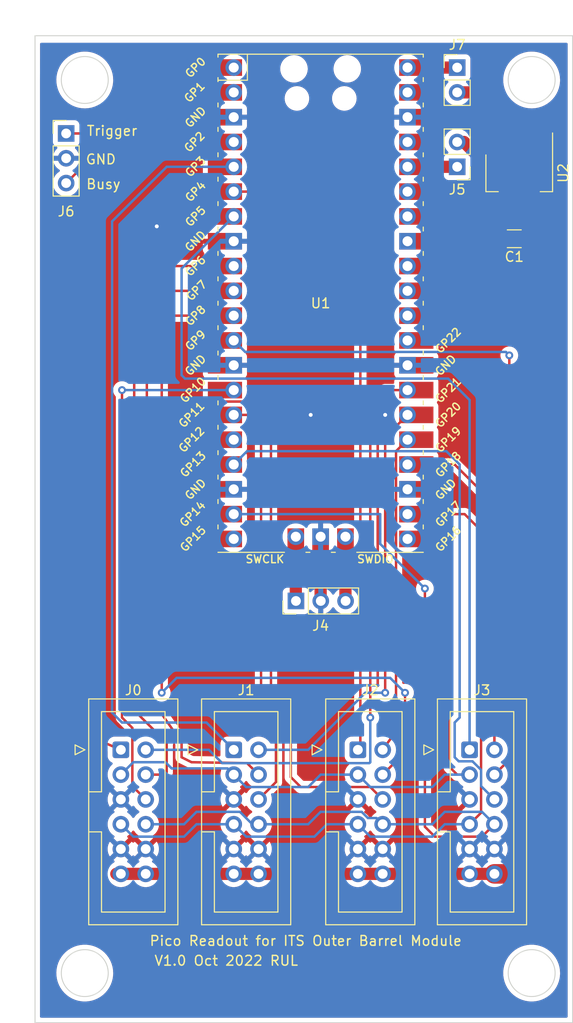
<source format=kicad_pcb>
(kicad_pcb (version 20211014) (generator pcbnew)
  (layers (0 "F.Cu" signal) (31 "B.Cu" signal) (34 "B.Paste" user) (35 "F.Paste" user) (36 "B.SilkS" user "B.Silkscreen") (37 "F.SilkS" user "F.Silkscreen") (38 "B.Mask" user) (39 "F.Mask" user) (44 "Edge.Cuts" user))
  (net 0 "")
  (net 1 "Net-(J4-Pad1)")
  (net 2 "Net-(J4-Pad3)")
  (net 3 "/DVDD_EN_0")
  (net 4 "/AVDD_EN_0")
  (net 5 "/MCLK_O")
  (net 6 "/DCTRL_O_0")
  (net 7 "/DVDD_EN_1")
  (net 8 "/DCTRL_I_0")
  (net 9 "/MCLK_OE")
  (net 10 "/DCTRL_OE")
  (net 11 "GND")
  (net 12 "+3.3V")
  (net 13 "/DCTRL_O_1")
  (net 14 "/DCTRL_I_1")
  (net 15 "/DCTRL_O_2")
  (net 16 "/DCTRL_I_2")
  (net 17 "/DCTRL_O_3")
  (net 18 "/DCTRL_I_3")
  (net 22 "+3.3VP")
  (net 23 "/TRIGGER")
  (net 24 "/BUSY")
  (net 25 "+5VP")
  (net 26 "+5V")
  (net 27 "/AVDD_EN_1")
  (net 28 "/DVDD_EN_2")
  (net 29 "/AVDD_EN_2")
  (net 30 "/DVDD_EN_3")
  (net 37 "/AVDD_EN_3")
  (footprint "Connector_PinHeader_2.54mm:PinHeader_1x02_P2.54mm_Vertical" (layer "F.Cu") (at 123.19 48.26)
    (fp_text reference "J7" (at 0 -2.33) (layer "F.SilkS"))
    (fp_text value "Conn_01x02_Male")
    (pad "1" thru_hole rect (at 0 0) (size 1.7 1.7) (drill 1) (layers *.Cu *.Mask) (net 25 "+5VP"))
    (pad "2" thru_hole oval (at 0 2.54) (size 1.7 1.7) (drill 1) (layers *.Cu *.Mask) (net 26 "+5V"))
  )
  (footprint "Connector_PinHeader_2.54mm:PinHeader_1x02_P2.54mm_Vertical" (layer "F.Cu") (at 123.19 58.42 180)
    (fp_text reference "J5" (at 0 -2.33) (layer "F.SilkS"))
    (fp_text value "Conn_01x02_Male")
    (pad "1" thru_hole rect (at 0 0 180) (size 1.7 1.7) (drill 1) (layers *.Cu *.Mask) (net 22 "+3.3VP"))
    (pad "2" thru_hole oval (at 0 2.54 180) (size 1.7 1.7) (drill 1) (layers *.Cu *.Mask) (net 12 "+3.3V"))
  )
  (footprint "Connector_IDC:IDC-Header_2x06_P2.54mm_Vertical" (layer "F.Cu") (at 100.33 118.11)
    (fp_text reference "J1" (at 1.27 -6.1) (layer "F.SilkS"))
    (fp_text value "Conn_02x06_Odd_Even")
    (pad "1" thru_hole roundrect (at 0 0) (size 1.7 1.7) (drill 1) (layers *.Cu *.Mask) (roundrect_rratio 0.1470588235) (net 7 "/DVDD_EN_1"))
    (pad "2" thru_hole circle (at 2.54 0) (size 1.7 1.7) (drill 1) (layers *.Cu *.Mask) (net 27 "/AVDD_EN_1"))
    (pad "3" thru_hole circle (at 0 2.54) (size 1.7 1.7) (drill 1) (layers *.Cu *.Mask) (net 5 "/MCLK_O"))
    (pad "4" thru_hole circle (at 2.54 2.54) (size 1.7 1.7) (drill 1) (layers *.Cu *.Mask) (net 13 "/DCTRL_O_1"))
    (pad "5" thru_hole circle (at 0 5.08) (size 1.7 1.7) (drill 1) (layers *.Cu *.Mask) (net 11 "GND"))
    (pad "6" thru_hole circle (at 2.54 5.08) (size 1.7 1.7) (drill 1) (layers *.Cu *.Mask) (net 14 "/DCTRL_I_1"))
    (pad "7" thru_hole circle (at 0 7.62) (size 1.7 1.7) (drill 1) (layers *.Cu *.Mask) (net 9 "/MCLK_OE"))
    (pad "8" thru_hole circle (at 2.54 7.62) (size 1.7 1.7) (drill 1) (layers *.Cu *.Mask) (net 10 "/DCTRL_OE"))
    (pad "9" thru_hole circle (at 0 10.16) (size 1.7 1.7) (drill 1) (layers *.Cu *.Mask) (net 11 "GND"))
    (pad "10" thru_hole circle (at 2.54 10.16) (size 1.7 1.7) (drill 1) (layers *.Cu *.Mask) (net 11 "GND"))
    (pad "11" thru_hole circle (at 0 12.7) (size 1.7 1.7) (drill 1) (layers *.Cu *.Mask) (net 12 "+3.3V"))
    (pad "12" thru_hole circle (at 2.54 12.7) (size 1.7 1.7) (drill 1) (layers *.Cu *.Mask) (net 12 "+3.3V"))
  )
  (footprint "Package_TO_SOT_SMD:SOT-223-3_TabPin2" (layer "F.Cu") (at 129.54 59.055 -90)
    (fp_text reference "U2" (at 0 -4.5 90) (layer "F.SilkS"))
    (fp_text value "NCP1117-3.3_SOT223")
    (pad "1" smd rect (at -3.15 -2.3 270) (size 2 1.5) (layers "F.Cu" "F.Paste" "F.Mask") (net 11 "GND"))
    (pad "2" smd rect (at -3.15 0 270) (size 2 1.5) (layers "F.Cu" "F.Paste" "F.Mask") (net 12 "+3.3V"))
    (pad "2" smd rect (at 3.15 0 270) (size 2 3.8) (layers "F.Cu" "F.Paste" "F.Mask") (net 12 "+3.3V"))
    (pad "3" smd rect (at -3.15 2.3 270) (size 2 1.5) (layers "F.Cu" "F.Paste" "F.Mask") (net 26 "+5V"))
  )
  (footprint "Connector_PinHeader_2.54mm:PinHeader_1x03_P2.54mm_Vertical" (layer "F.Cu") (at 83.185 55.006)
    (fp_text reference "J6" (at 0 7.986) (layer "F.SilkS"))
    (fp_text value "Conn_01x03_Male")
    (pad "1" thru_hole rect (at 0 0) (size 1.7 1.7) (drill 1) (layers *.Cu *.Mask) (net 23 "/TRIGGER"))
    (pad "2" thru_hole oval (at 0 2.54) (size 1.7 1.7) (drill 1) (layers *.Cu *.Mask) (net 11 "GND"))
    (pad "3" thru_hole oval (at 0 5.08) (size 1.7 1.7) (drill 1) (layers *.Cu *.Mask) (net 24 "/BUSY"))
  )
  (footprint "Connector_IDC:IDC-Header_2x06_P2.54mm_Vertical" (layer "F.Cu") (at 113.03 118.11)
    (fp_text reference "J2" (at 1.27 -6.1) (layer "F.SilkS"))
    (fp_text value "Conn_02x06_Odd_Even")
    (pad "1" thru_hole roundrect (at 0 0) (size 1.7 1.7) (drill 1) (layers *.Cu *.Mask) (roundrect_rratio 0.1470588235) (net 28 "/DVDD_EN_2"))
    (pad "2" thru_hole circle (at 2.54 0) (size 1.7 1.7) (drill 1) (layers *.Cu *.Mask) (net 29 "/AVDD_EN_2"))
    (pad "3" thru_hole circle (at 0 2.54) (size 1.7 1.7) (drill 1) (layers *.Cu *.Mask) (net 5 "/MCLK_O"))
    (pad "4" thru_hole circle (at 2.54 2.54) (size 1.7 1.7) (drill 1) (layers *.Cu *.Mask) (net 15 "/DCTRL_O_2"))
    (pad "5" thru_hole circle (at 0 5.08) (size 1.7 1.7) (drill 1) (layers *.Cu *.Mask) (net 11 "GND"))
    (pad "6" thru_hole circle (at 2.54 5.08) (size 1.7 1.7) (drill 1) (layers *.Cu *.Mask) (net 16 "/DCTRL_I_2"))
    (pad "7" thru_hole circle (at 0 7.62) (size 1.7 1.7) (drill 1) (layers *.Cu *.Mask) (net 9 "/MCLK_OE"))
    (pad "8" thru_hole circle (at 2.54 7.62) (size 1.7 1.7) (drill 1) (layers *.Cu *.Mask) (net 10 "/DCTRL_OE"))
    (pad "9" thru_hole circle (at 0 10.16) (size 1.7 1.7) (drill 1) (layers *.Cu *.Mask) (net 11 "GND"))
    (pad "10" thru_hole circle (at 2.54 10.16) (size 1.7 1.7) (drill 1) (layers *.Cu *.Mask) (net 11 "GND"))
    (pad "11" thru_hole circle (at 0 12.7) (size 1.7 1.7) (drill 1) (layers *.Cu *.Mask) (net 12 "+3.3V"))
    (pad "12" thru_hole circle (at 2.54 12.7) (size 1.7 1.7) (drill 1) (layers *.Cu *.Mask) (net 12 "+3.3V"))
  )
  (footprint "RPi_Pico:RPi_Pico_SMD_TH" (layer "F.Cu") (at 109.22 72.39)
    (fp_text reference "U1" (at 0 0) (layer "F.SilkS"))
    (fp_text value "Pico")
    (fp_text user "GP19" (at 13.054 13.97 45) (layer "F.SilkS") (effects (font (size 0.8 0.8))))
    (fp_text user "GP2" (at -12.9 -16.51 45) (layer "F.SilkS") (effects (font (size 0.8 0.8))))
    (fp_text user "GND" (at -12.8 6.35 45) (layer "F.SilkS") (effects (font (size 0.8 0.8))))
    (fp_text user " " (at 13.3 -24.2 45) (layer "F.SilkS") (effects (font (size 0.8 0.8))))
    (fp_text user "GND" (at -12.8 -19.05 45) (layer "F.SilkS") (effects (font (size 0.8 0.8))))
    (fp_text user " " (at 13.2 -21.59 45) (layer "F.SilkS") (effects (font (size 0.8 0.8))))
    (fp_text user "GP22" (at 13.054 3.81 45) (layer "F.SilkS") (effects (font (size 0.8 0.8))))
    (fp_text user "GP7" (at -12.7 -1.3 45) (layer "F.SilkS") (effects (font (size 0.8 0.8))))
    (fp_text user "GP4" (at -12.8 -11.43 45) (layer "F.SilkS") (effects (font (size 0.8 0.8))))
    (fp_text user "GP3" (at -12.8 -13.97 45) (layer "F.SilkS") (effects (font (size 0.8 0.8))))
    (fp_text user "GP5" (at -12.8 -8.89 45) (layer "F.SilkS") (effects (font (size 0.8 0.8))))
    (fp_text user "SWDIO" (at 5.6 26.2) (layer "F.SilkS") (effects (font (size 0.8 0.8))))
    (fp_text user "GP13" (at -13.054 16.51 45) (layer "F.SilkS") (effects (font (size 0.8 0.8))))
    (fp_text user "GP16" (at 13.054 24.13 45) (layer "F.SilkS") (effects (font (size 0.8 0.8))))
    (fp_text user "GP17" (at 13.054 21.59 45) (layer "F.SilkS") (effects (font (size 0.8 0.8))))
    (fp_text user "GP6" (at -12.8 -3.81 45) (layer "F.SilkS") (effects (font (size 0.8 0.8))))
    (fp_text user " " (at 13.7 -17.2 45) (layer "F.SilkS") (effects (font (size 0.8 0.8))))
    (fp_text user "GP10" (at -13.054 8.89 45) (layer "F.SilkS") (effects (font (size 0.8 0.8))))
    (fp_text user "GP20" (at 13.054 11.43 45) (layer "F.SilkS") (effects (font (size 0.8 0.8))))
    (fp_text user " " (at 13 1.27 45) (layer "F.SilkS") (effects (font (size 0.8 0.8))))
    (fp_text user "GP9" (at -12.8 3.81 45) (layer "F.SilkS") (effects (font (size 0.8 0.8))))
    (fp_text user " " (at 13.054 -9.144 45) (layer "F.SilkS") (effects (font (size 0.8 0.8))))
    (fp_text user "GP12" (at -13.2 13.97 45) (layer "F.SilkS") (effects (font (size 0.8 0.8))))
    (fp_text user " " (at 13.054 -1.27 45) (layer "F.SilkS") (effects (font (size 0.8 0.8))))
    (fp_text user "SWCLK" (at -5.7 26.2) (layer "F.SilkS") (effects (font (size 0.8 0.8))))
    (fp_text user "GND" (at 12.8 6.35 45) (layer "F.SilkS") (effects (font (size 0.8 0.8))))
    (fp_text user "GND" (at -12.8 -6.35 45) (layer "F.SilkS") (effects (font (size 0.8 0.8))))
    (fp_text user "GP0" (at -12.8 -24.13 45) (layer "F.SilkS") (effects (font (size 0.8 0.8))))
    (fp_text user " " (at 12.8 -19.05 45) (layer "F.SilkS") (effects (font (size 0.8 0.8))))
    (fp_text user "GP11" (at -13.2 11.43 45) (layer "F.SilkS") (effects (font (size 0.8 0.8))))
    (fp_text user "GND" (at 12.8 19.05 45) (layer "F.SilkS") (effects (font (size 0.8 0.8))))
    (fp_text user "GP18" (at 13.054 16.51 45) (layer "F.SilkS") (effects (font (size 0.8 0.8))))
    (fp_text user " " (at 12.9 -13.9 45) (layer "F.SilkS") (effects (font (size 0.8 0.8))))
    (fp_text user "GP1" (at -12.9 -21.6 45) (layer "F.SilkS") (effects (font (size 0.8 0.8))))
    (fp_text user "  " (at 13.054 -6.35 45) (layer "F.SilkS") (effects (font (size 0.8 0.8))))
    (fp_text user "GP21" (at 13.054 8.9 45) (layer "F.SilkS") (effects (font (size 0.8 0.8))))
    (fp_text user " " (at 13.054 -3.8 45) (layer "F.SilkS") (effects (font (size 0.8 0.8))))
    (fp_text user " " (at 14 -12.5 45) (layer "F.SilkS") (effects (font (size 0.8 0.8))))
    (fp_text user "GP15" (at -13.054 24.13 45) (layer "F.SilkS") (effects (font (size 0.8 0.8))))
    (fp_text user "GP8" (at -12.8 1.27 45) (layer "F.SilkS") (effects (font (size 0.8 0.8))))
    (fp_text user "GP14" (at -13.1 21.59 45) (layer "F.SilkS") (effects (font (size 0.8 0.8))))
    (fp_text user "GND" (at -12.8 19.05 45) (layer "F.SilkS") (effects (font (size 0.8 0.8))))
    (pad "" np_thru_hole oval (at -2.725 -24) (size 1.8 1.8) (drill 1.8) (layers *.Cu *.Mask))
    (pad "" np_thru_hole oval (at -2.425 -20.97) (size 1.5 1.5) (drill 1.5) (layers *.Cu *.Mask))
    (pad "" np_thru_hole oval (at 2.425 -20.97) (size 1.5 1.5) (drill 1.5) (layers *.Cu *.Mask))
    (pad "" np_thru_hole oval (at 2.725 -24) (size 1.8 1.8) (drill 1.8) (layers *.Cu *.Mask))
    (pad "1" thru_hole oval (at -8.89 -24.13) (size 1.7 1.7) (drill 1.02) (layers *.Cu *.Mask) (net 23 "/TRIGGER"))
    (pad "1" smd rect (at -8.89 -24.13) (size 3.5 1.7) (drill (offset -0.9 0)) (layers "F.Cu" "F.Mask") (net 23 "/TRIGGER"))
    (pad "2" thru_hole oval (at -8.89 -21.59) (size 1.7 1.7) (drill 1.02) (layers *.Cu *.Mask) (net 24 "/BUSY"))
    (pad "2" smd rect (at -8.89 -21.59) (size 3.5 1.7) (drill (offset -0.9 0)) (layers "F.Cu" "F.Mask") (net 24 "/BUSY"))
    (pad "3" thru_hole rect (at -8.89 -19.05) (size 1.7 1.7) (drill 1.02) (layers *.Cu *.Mask) (net 11 "GND"))
    (pad "3" smd rect (at -8.89 -19.05) (size 3.5 1.7) (drill (offset -0.9 0)) (layers "F.Cu" "F.Mask") (net 11 "GND"))
    (pad "4" thru_hole oval (at -8.89 -16.51) (size 1.7 1.7) (drill 1.02) (layers *.Cu *.Mask) (net 3 "/DVDD_EN_0"))
    (pad "4" smd rect (at -8.89 -16.51) (size 3.5 1.7) (drill (offset -0.9 0)) (layers "F.Cu" "F.Mask") (net 3 "/DVDD_EN_0"))
    (pad "5" smd rect (at -8.89 -13.97) (size 3.5 1.7) (drill (offset -0.9 0)) (layers "F.Cu" "F.Mask") (net 7 "/DVDD_EN_1"))
    (pad "5" thru_hole oval (at -8.89 -13.97) (size 1.7 1.7) (drill 1.02) (layers *.Cu *.Mask) (net 7 "/DVDD_EN_1"))
    (pad "6" thru_hole oval (at -8.89 -11.43) (size 1.7 1.7) (drill 1.02) (layers *.Cu *.Mask) (net 28 "/DVDD_EN_2"))
    (pad "6" smd rect (at -8.89 -11.43) (size 3.5 1.7) (drill (offset -0.9 0)) (layers "F.Cu" "F.Mask") (net 28 "/DVDD_EN_2"))
    (pad "7" smd rect (at -8.89 -8.89) (size 3.5 1.7) (drill (offset -0.9 0)) (layers "F.Cu" "F.Mask") (net 30 "/DVDD_EN_3"))
    (pad "7" thru_hole oval (at -8.89 -8.89) (size 1.7 1.7) (drill 1.02) (layers *.Cu *.Mask) (net 30 "/DVDD_EN_3"))
    (pad "8" smd rect (at -8.89 -6.35) (size 3.5 1.7) (drill (offset -0.9 0)) (layers "F.Cu" "F.Mask") (net 11 "GND"))
    (pad "8" thru_hole rect (at -8.89 -6.35) (size 1.7 1.7) (drill 1.02) (layers *.Cu *.Mask) (net 11 "GND"))
    (pad "9" thru_hole oval (at -8.89 -3.81) (size 1.7 1.7) (drill 1.02) (layers *.Cu *.Mask) (net 6 "/DCTRL_O_0"))
    (pad "9" smd rect (at -8.89 -3.81) (size 3.5 1.7) (drill (offset -0.9 0)) (layers "F.Cu" "F.Mask") (net 6 "/DCTRL_O_0"))
    (pad "10" thru_hole oval (at -8.89 -1.27) (size 1.7 1.7) (drill 1.02) (layers *.Cu *.Mask) (net 13 "/DCTRL_O_1"))
    (pad "10" smd rect (at -8.89 -1.27) (size 3.5 1.7) (drill (offset -0.9 0)) (layers "F.Cu" "F.Mask") (net 13 "/DCTRL_O_1"))
    (pad "11" thru_hole oval (at -8.89 1.27) (size 1.7 1.7) (drill 1.02) (layers *.Cu *.Mask) (net 15 "/DCTRL_O_2"))
    (pad "11" smd rect (at -8.89 1.27) (size 3.5 1.7) (drill (offset -0.9 0)) (layers "F.Cu" "F.Mask") (net 15 "/DCTRL_O_2"))
    (pad "12" thru_hole oval (at -8.89 3.81) (size 1.7 1.7) (drill 1.02) (layers *.Cu *.Mask) (net 17 "/DCTRL_O_3"))
    (pad "12" smd rect (at -8.89 3.81) (size 3.5 1.7) (drill (offset -0.9 0)) (layers "F.Cu" "F.Mask") (net 17 "/DCTRL_O_3"))
    (pad "13" smd rect (at -8.89 6.35) (size 3.5 1.7) (drill (offset -0.9 0)) (layers "F.Cu" "F.Mask") (net 11 "GND"))
    (pad "13" thru_hole rect (at -8.89 6.35) (size 1.7 1.7) (drill 1.02) (layers *.Cu *.Mask) (net 11 "GND"))
    (pad "14" smd rect (at -8.89 8.89) (size 3.5 1.7) (drill (offset -0.9 0)) (layers "F.Cu" "F.Mask") (net 8 "/DCTRL_I_0"))
    (pad "14" thru_hole oval (at -8.89 8.89) (size 1.7 1.7) (drill 1.02) (layers *.Cu *.Mask) (net 8 "/DCTRL_I_0"))
    (pad "15" thru_hole oval (at -8.89 11.43) (size 1.7 1.7) (drill 1.02) (layers *.Cu *.Mask) (net 14 "/DCTRL_I_1"))
    (pad "15" smd rect (at -8.89 11.43) (size 3.5 1.7) (drill (offset -0.9 0)) (layers "F.Cu" "F.Mask") (net 14 "/DCTRL_I_1"))
    (pad "16" thru_hole oval (at -8.89 13.97) (size 1.7 1.7) (drill 1.02) (layers *.Cu *.Mask) (net 16 "/DCTRL_I_2"))
    (pad "16" smd rect (at -8.89 13.97) (size 3.5 1.7) (drill (offset -0.9 0)) (layers "F.Cu" "F.Mask") (net 16 "/DCTRL_I_2"))
    (pad "17" smd rect (at -8.89 16.51) (size 3.5 1.7) (drill (offset -0.9 0)) (layers "F.Cu" "F.Mask") (net 18 "/DCTRL_I_3"))
    (pad "17" thru_hole oval (at -8.89 16.51) (size 1.7 1.7) (drill 1.02) (layers *.Cu *.Mask) (net 18 "/DCTRL_I_3"))
    (pad "18" smd rect (at -8.89 19.05) (size 3.5 1.7) (drill (offset -0.9 0)) (layers "F.Cu" "F.Mask") (net 11 "GND"))
    (pad "18" thru_hole rect (at -8.89 19.05) (size 1.7 1.7) (drill 1.02) (layers *.Cu *.Mask) (net 11 "GND"))
    (pad "19" smd rect (at -8.89 21.59) (size 3.5 1.7) (drill (offset -0.9 0)) (layers "F.Cu" "F.Mask") (net 10 "/DCTRL_OE"))
    (pad "19" thru_hole oval (at -8.89 21.59) (size 1.7 1.7) (drill 1.02) (layers *.Cu *.Mask) (net 10 "/DCTRL_OE"))
    (pad "20" thru_hole oval (at -8.89 24.13) (size 1.7 1.7) (drill 1.02) (layers *.Cu *.Mask))
    (pad "20" smd rect (at -8.89 24.13) (size 3.5 1.7) (drill (offset -0.9 0)) (layers "F.Cu" "F.Mask"))
    (pad "21" smd rect (at 8.89 24.13) (size 3.5 1.7) (drill (offset 0.9 0)) (layers "F.Cu" "F.Mask") (net 5 "/MCLK_O"))
    (pad "21" thru_hole oval (at 8.89 24.13) (size 1.7 1.7) (drill 1.02) (layers *.Cu *.Mask) (net 5 "/MCLK_O"))
    (pad "22" thru_hole oval (at 8.89 21.59) (size 1.7 1.7) (drill 1.02) (layers *.Cu *.Mask) (net 9 "/MCLK_OE"))
    (pad "22" smd rect (at 8.89 21.59) (size 3.5 1.7) (drill (offset 0.9 0)) (layers "F.Cu" "F.Mask") (net 9 "/MCLK_OE"))
    (pad "23" thru_hole rect (at 8.89 19.05) (size 1.7 1.7) (drill 1.02) (layers *.Cu *.Mask) (net 11 "GND"))
    (pad "23" smd rect (at 8.89 19.05) (size 3.5 1.7) (drill (offset 0.9 0)) (layers "F.Cu" "F.Mask") (net 11 "GND"))
    (pad "24" smd rect (at 8.89 16.51) (size 3.5 1.7) (drill (offset 0.9 0)) (layers "F.Cu" "F.Mask") (net 37 "/AVDD_EN_3"))
    (pad "24" thru_hole oval (at 8.89 16.51) (size 1.7 1.7) (drill 1.02) (layers *.Cu *.Mask) (net 37 "/AVDD_EN_3"))
    (pad "25" thru_hole oval (at 8.89 13.97) (size 1.7 1.7) (drill 1.02) (layers *.Cu *.Mask) (net 29 "/AVDD_EN_2"))
    (pad "25" smd rect (at 8.89 13.97) (size 3.5 1.7) (drill (offset 0.9 0)) (layers "F.Cu" "F.Mask") (net 29 "/AVDD_EN_2"))
    (pad "26" thru_hole oval (at 8.89 11.43) (size 1.7 1.7) (drill 1.02) (layers *.Cu *.Mask) (net 27 "/AVDD_EN_1"))
    (pad "26" smd rect (at 8.89 11.43) (size 3.5 1.7) (drill (offset 0.9 0)) (layers "F.Cu" "F.Mask") (net 27 "/AVDD_EN_1"))
    (pad "27" thru_hole oval (at 8.89 8.89) (size 1.7 1.7) (drill 1.02) (layers *.Cu *.Mask) (net 4 "/AVDD_EN_0"))
    (pad "27" smd rect (at 8.89 8.89) (size 3.5 1.7) (drill (offset 0.9 0)) (layers "F.Cu" "F.Mask") (net 4 "/AVDD_EN_0"))
    (pad "28" thru_hole rect (at 8.89 6.35) (size 1.7 1.7) (drill 1.02) (layers *.Cu *.Mask) (net 11 "GND"))
    (pad "28" smd rect (at 8.89 6.35) (size 3.5 1.7) (drill (offset 0.9 0)) (layers "F.Cu" "F.Mask") (net 11 "GND"))
    (pad "29" thru_hole oval (at 8.89 3.81) (size 1.7 1.7) (drill 1.02) (layers *.Cu *.Mask))
    (pad "29" smd rect (at 8.89 3.81) (size 3.5 1.7) (drill (offset 0.9 0)) (layers "F.Cu" "F.Mask"))
    (pad "30" smd rect (at 8.89 1.27) (size 3.5 1.7) (drill (offset 0.9 0)) (layers "F.Cu" "F.Mask"))
    (pad "30" thru_hole oval (at 8.89 1.27) (size 1.7 1.7) (drill 1.02) (layers *.Cu *.Mask))
    (pad "31" thru_hole oval (at 8.89 -1.27) (size 1.7 1.7) (drill 1.02) (layers *.Cu *.Mask))
    (pad "31" smd rect (at 8.89 -1.27) (size 3.5 1.7) (drill (offset 0.9 0)) (layers "F.Cu" "F.Mask"))
    (pad "32" smd rect (at 8.89 -3.81) (size 3.5 1.7) (drill (offset 0.9 0)) (layers "F.Cu" "F.Mask"))
    (pad "32" thru_hole oval (at 8.89 -3.81) (size 1.7 1.7) (drill 1.02) (layers *.Cu *.Mask))
    (pad "33" thru_hole rect (at 8.89 -6.35) (size 1.7 1.7) (drill 1.02) (layers *.Cu *.Mask))
    (pad "33" smd rect (at 8.89 -6.35) (size 3.5 1.7) (drill (offset 0.9 0)) (layers "F.Cu" "F.Mask"))
    (pad "34" smd rect (at 8.89 -8.89) (size 3.5 1.7) (drill (offset 0.9 0)) (layers "F.Cu" "F.Mask"))
    (pad "34" thru_hole oval (at 8.89 -8.89) (size 1.7 1.7) (drill 1.02) (layers *.Cu *.Mask))
    (pad "35" smd rect (at 8.89 -11.43) (size 3.5 1.7) (drill (offset 0.9 0)) (layers "F.Cu" "F.Mask"))
    (pad "35" thru_hole oval (at 8.89 -11.43) (size 1.7 1.7) (drill 1.02) (layers *.Cu *.Mask))
    (pad "36" smd rect (at 8.89 -13.97) (size 3.5 1.7) (drill (offset 0.9 0)) (layers "F.Cu" "F.Mask") (net 22 "+3.3VP"))
    (pad "36" thru_hole oval (at 8.89 -13.97) (size 1.7 1.7) (drill 1.02) (layers *.Cu *.Mask) (net 22 "+3.3VP"))
    (pad "37" thru_hole oval (at 8.89 -16.51) (size 1.7 1.7) (drill 1.02) (layers *.Cu *.Mask))
    (pad "37" smd rect (at 8.89 -16.51) (size 3.5 1.7) (drill (offset 0.9 0)) (layers "F.Cu" "F.Mask"))
    (pad "38" smd rect (at 8.89 -19.05) (size 3.5 1.7) (drill (offset 0.9 0)) (layers "F.Cu" "F.Mask") (net 11 "GND"))
    (pad "38" thru_hole rect (at 8.89 -19.05) (size 1.7 1.7) (drill 1.02) (layers *.Cu *.Mask) (net 11 "GND"))
    (pad "39" thru_hole oval (at 8.89 -21.59) (size 1.7 1.7) (drill 1.02) (layers *.Cu *.Mask))
    (pad "39" smd rect (at 8.89 -21.59) (size 3.5 1.7) (drill (offset 0.9 0)) (layers "F.Cu" "F.Mask"))
    (pad "40" smd rect (at 8.89 -24.13) (size 3.5 1.7) (drill (offset 0.9 0)) (layers "F.Cu" "F.Mask") (net 25 "+5VP"))
    (pad "40" thru_hole oval (at 8.89 -24.13) (size 1.7 1.7) (drill 1.02) (layers *.Cu *.Mask) (net 25 "+5VP"))
    (pad "41" smd rect (at -2.54 23.9 90) (size 3.5 1.7) (drill (offset -0.9 0)) (layers "F.Cu" "F.Mask") (net 1 "Net-(J4-Pad1)"))
    (pad "41" thru_hole oval (at -2.54 23.9) (size 1.7 1.7) (drill 1.02) (layers *.Cu *.Mask) (net 1 "Net-(J4-Pad1)"))
    (pad "42" thru_hole rect (at 0 23.9) (size 1.7 1.7) (drill 1.02) (layers *.Cu *.Mask) (net 11 "GND"))
    (pad "42" smd rect (at 0 23.9 90) (size 3.5 1.7) (drill (offset -0.9 0)) (layers "F.Cu" "F.Mask") (net 11 "GND"))
    (pad "43" smd rect (at 2.54 23.9 90) (size 3.5 1.7) (drill (offset -0.9 0)) (layers "F.Cu" "F.Mask") (net 2 "Net-(J4-Pad3)"))
    (pad "43" thru_hole oval (at 2.54 23.9) (size 1.7 1.7) (drill 1.02) (layers *.Cu *.Mask) (net 2 "Net-(J4-Pad3)"))
  )
  (footprint "Connector_PinHeader_2.54mm:PinHeader_1x03_P2.54mm_Vertical" (layer "F.Cu") (at 106.695 102.87 90)
    (fp_text reference "J4" (at -2.54 2.525 180) (layer "F.SilkS"))
    (fp_text value "Conn_01x03_Male")
    (pad "1" thru_hole rect (at 0 0 90) (size 1.7 1.7) (drill 1) (layers *.Cu *.Mask) (net 1 "Net-(J4-Pad1)"))
    (pad "2" thru_hole oval (at 0 2.54 90) (size 1.7 1.7) (drill 1) (layers *.Cu *.Mask) (net 11 "GND"))
    (pad "3" thru_hole oval (at 0 5.08 90) (size 1.7 1.7) (drill 1) (layers *.Cu *.Mask) (net 2 "Net-(J4-Pad3)"))
  )
  (footprint "Connector_IDC:IDC-Header_2x06_P2.54mm_Vertical" (layer "F.Cu") (at 124.46 118.11)
    (fp_text reference "J3" (at 1.27 -6.1) (layer "F.SilkS"))
    (fp_text value "Conn_02x06_Odd_Even")
    (pad "1" thru_hole roundrect (at 0 0) (size 1.7 1.7) (drill 1) (layers *.Cu *.Mask) (roundrect_rratio 0.1470588235) (net 30 "/DVDD_EN_3"))
    (pad "2" thru_hole circle (at 2.54 0) (size 1.7 1.7) (drill 1) (layers *.Cu *.Mask) (net 37 "/AVDD_EN_3"))
    (pad "3" thru_hole circle (at 0 2.54) (size 1.7 1.7) (drill 1) (layers *.Cu *.Mask) (net 5 "/MCLK_O"))
    (pad "4" thru_hole circle (at 2.54 2.54) (size 1.7 1.7) (drill 1) (layers *.Cu *.Mask) (net 17 "/DCTRL_O_3"))
    (pad "5" thru_hole circle (at 0 5.08) (size 1.7 1.7) (drill 1) (layers *.Cu *.Mask) (net 11 "GND"))
    (pad "6" thru_hole circle (at 2.54 5.08) (size 1.7 1.7) (drill 1) (layers *.Cu *.Mask) (net 18 "/DCTRL_I_3"))
    (pad "7" thru_hole circle (at 0 7.62) (size 1.7 1.7) (drill 1) (layers *.Cu *.Mask) (net 9 "/MCLK_OE"))
    (pad "8" thru_hole circle (at 2.54 7.62) (size 1.7 1.7) (drill 1) (layers *.Cu *.Mask) (net 10 "/DCTRL_OE"))
    (pad "9" thru_hole circle (at 0 10.16) (size 1.7 1.7) (drill 1) (layers *.Cu *.Mask) (net 11 "GND"))
    (pad "10" thru_hole circle (at 2.54 10.16) (size 1.7 1.7) (drill 1) (layers *.Cu *.Mask) (net 11 "GND"))
    (pad "11" thru_hole circle (at 0 12.7) (size 1.7 1.7) (drill 1) (layers *.Cu *.Mask) (net 12 "+3.3V"))
    (pad "12" thru_hole circle (at 2.54 12.7) (size 1.7 1.7) (drill 1) (layers *.Cu *.Mask) (net 12 "+3.3V"))
  )
  (footprint "Capacitor_SMD:C_1206_3216Metric_Pad1.33x1.80mm_HandSolder" (layer "F.Cu") (at 129.032 65.786 180)
    (fp_text reference "C1" (at 0 -1.85) (layer "F.SilkS"))
    (fp_text value "10uF")
    (pad "1" smd roundrect (at -1.5625 0 180) (size 1.325 1.8) (layers "F.Cu" "F.Paste" "F.Mask") (roundrect_rratio 0.1886792453) (net 12 "+3.3V"))
    (pad "2" smd roundrect (at 1.5625 0 180) (size 1.325 1.8) (layers "F.Cu" "F.Paste" "F.Mask") (roundrect_rratio 0.1886792453) (net 11 "GND"))
  )
  (footprint "Connector_IDC:IDC-Header_2x06_P2.54mm_Vertical" (layer "F.Cu") (at 88.7825 118.11)
    (fp_text reference "J0" (at 1.27 -6.1) (layer "F.SilkS"))
    (fp_text value "Conn_02x06_Odd_Even")
    (pad "1" thru_hole roundrect (at 0 0) (size 1.7 1.7) (drill 1) (layers *.Cu *.Mask) (roundrect_rratio 0.1470588235) (net 3 "/DVDD_EN_0"))
    (pad "2" thru_hole circle (at 2.54 0) (size 1.7 1.7) (drill 1) (layers *.Cu *.Mask) (net 4 "/AVDD_EN_0"))
    (pad "3" thru_hole circle (at 0 2.54) (size 1.7 1.7) (drill 1) (layers *.Cu *.Mask) (net 5 "/MCLK_O"))
    (pad "4" thru_hole circle (at 2.54 2.54) (size 1.7 1.7) (drill 1) (layers *.Cu *.Mask) (net 6 "/DCTRL_O_0"))
    (pad "5" thru_hole circle (at 0 5.08) (size 1.7 1.7) (drill 1) (layers *.Cu *.Mask) (net 11 "GND"))
    (pad "6" thru_hole circle (at 2.54 5.08) (size 1.7 1.7) (drill 1) (layers *.Cu *.Mask) (net 8 "/DCTRL_I_0"))
    (pad "7" thru_hole circle (at 0 7.62) (size 1.7 1.7) (drill 1) (layers *.Cu *.Mask) (net 9 "/MCLK_OE"))
    (pad "8" thru_hole circle (at 2.54 7.62) (size 1.7 1.7) (drill 1) (layers *.Cu *.Mask) (net 10 "/DCTRL_OE"))
    (pad "9" thru_hole circle (at 0 10.16) (size 1.7 1.7) (drill 1) (layers *.Cu *.Mask) (net 11 "GND"))
    (pad "10" thru_hole circle (at 2.54 10.16) (size 1.7 1.7) (drill 1) (layers *.Cu *.Mask) (net 11 "GND"))
    (pad "11" thru_hole circle (at 0 12.7) (size 1.7 1.7) (drill 1) (layers *.Cu *.Mask) (net 12 "+3.3V"))
    (pad "12" thru_hole circle (at 2.54 12.7) (size 1.7 1.7) (drill 1) (layers *.Cu *.Mask) (net 12 "+3.3V"))
  )
  (gr_line (start 80 146.05) (end 135 146.05) (layer "Edge.Cuts") (width 0.1))
  (gr_circle (center 85.09 140.97) (end 87.49 140.97) (layer "Edge.Cuts") (width 0.1) (fill none))
  (gr_circle (center 85.09 49.53) (end 87.49 49.53) (layer "Edge.Cuts") (width 0.1) (fill none))
  (gr_circle (center 130.81 49.53) (end 133.21 49.53) (layer "Edge.Cuts") (width 0.1) (fill none))
  (gr_line (start 135 45) (end 80 45) (layer "Edge.Cuts") (width 0.1))
  (gr_circle (center 130.81 140.97) (end 133.21 140.97) (layer "Edge.Cuts") (width 0.1) (fill none))
  (gr_line (start 135 146.05) (end 135 45) (layer "Edge.Cuts") (width 0.1))
  (gr_line (start 80 45) (end 80 146.05) (layer "Edge.Cuts") (width 0.1))
  (gr_text "GND" (at 86.741 57.658) (layer "F.SilkS") (effects (font (size 1 1))))
  (gr_text "Trigger" (at 87.884 54.737) (layer "F.SilkS") (effects (font (size 1 1))))
  (gr_text "Pico Readout for ITS Outer Barrel Module" (at 107.696 137.668) (layer "F.SilkS") (effects (font (size 1 1))))
  (gr_text "V1.0 Oct 2022 RUL" (at 99.568 139.7) (layer "F.SilkS") (effects (font (size 1 1))))
  (gr_text "Busy" (at 86.995 60.198) (layer "F.SilkS") (effects (font (size 1 1))))
  (segment (start 106.68 96.29) (end 106.68 102.855) (width 1.25) (layer "F.Cu") (net 1))
  (segment (start 106.68 102.855) (end 106.695 102.87) (width 1.25) (layer "F.Cu") (net 1))
  (segment (start 111.76 96.29) (end 111.76 102.855) (width 1.25) (layer "F.Cu") (net 2))
  (segment (start 111.76 102.855) (end 111.775 102.87) (width 1.25) (layer "F.Cu") (net 2))
  (segment (start 93.345 55.88) (end 85.852 63.5) (width 0.25) (layer "F.Cu") (net 3))
  (segment (start 85.852 63.5) (end 85.852 116.84) (width 0.25) (layer "F.Cu") (net 3))
  (segment (start 100.33 55.88) (end 93.345 55.88) (width 0.25) (layer "F.Cu") (net 3))
  (segment (start 85.852 116.84) (end 88.7825 118.11) (width 0.25) (layer "F.Cu") (net 3))
  (segment (start 114.3 114.808) (end 114.3 82.804) (width 0.25) (layer "F.Cu") (net 4))
  (segment (start 118.11 81.28) (end 115.824 81.28) (width 0.25) (layer "F.Cu") (net 4))
  (segment (start 114.3 82.804) (end 115.824 81.28) (width 0.25) (layer "F.Cu") (net 4))
  (via (at 114.3 114.808) (size 0.8) (drill 0.4) (layers "F.Cu" "B.Cu") (net 4))
  (segment (start 114.205 119.475) (end 114.3 119.38) (width 0.25) (layer "B.Cu") (net 4))
  (segment (start 97.79 118.11) (end 99.155 119.475) (width 0.25) (layer "B.Cu") (net 4))
  (segment (start 91.3225 118.11) (end 97.79 118.11) (width 0.25) (layer "B.Cu") (net 4))
  (segment (start 99.155 119.475) (end 114.205 119.475) (width 0.25) (layer "B.Cu") (net 4))
  (segment (start 114.3 119.38) (end 114.3 114.808) (width 0.25) (layer "B.Cu") (net 4))
  (segment (start 119.888 96.52) (end 122.428 99.06) (width 0.25) (layer "F.Cu") (net 5))
  (segment (start 118.11 96.52) (end 119.888 96.52) (width 0.25) (layer "F.Cu") (net 5))
  (segment (start 122.428 99.06) (end 122.428 119.888) (width 0.25) (layer "F.Cu") (net 5))
  (segment (start 122.428 119.888) (end 123.19 120.65) (width 0.25) (layer "F.Cu") (net 5))
  (segment (start 123.19 120.65) (end 124.46 120.65) (width 0.25) (layer "F.Cu") (net 5))
  (segment (start 90.0525 119.38) (end 93.345 119.38) (width 0.25) (layer "B.Cu") (net 5))
  (segment (start 113.03 120.65) (end 114.3 121.92) (width 0.25) (layer "B.Cu") (net 5))
  (segment (start 101.6 121.92) (end 107.95 121.92) (width 0.25) (layer "B.Cu") (net 5))
  (segment (start 121.92 120.65) (end 124.46 120.65) (width 0.25) (layer "B.Cu") (net 5))
  (segment (start 114.3 121.92) (end 120.65 121.92) (width 0.25) (layer "B.Cu") (net 5))
  (segment (start 93.345 119.38) (end 93.98 120.015) (width 0.25) (layer "B.Cu") (net 5))
  (segment (start 88.7825 120.65) (end 90.0525 119.38) (width 0.25) (layer "B.Cu") (net 5))
  (segment (start 100.33 120.65) (end 101.6 121.92) (width 0.25) (layer "B.Cu") (net 5))
  (segment (start 99.695 120.015) (end 100.33 120.65) (width 0.25) (layer "B.Cu") (net 5))
  (segment (start 120.65 121.92) (end 121.92 120.65) (width 0.25) (layer "B.Cu") (net 5))
  (segment (start 93.98 120.015) (end 99.695 120.015) (width 0.25) (layer "B.Cu") (net 5))
  (segment (start 107.95 121.92) (end 109.22 120.65) (width 0.25) (layer "B.Cu") (net 5))
  (segment (start 109.22 120.65) (end 113.03 120.65) (width 0.25) (layer "B.Cu") (net 5))
  (segment (start 91.3225 120.65) (end 93.218 120.65) (width 0.25) (layer "F.Cu") (net 6))
  (segment (start 93.345 68.58) (end 90.1475 71.7775) (width 0.25) (layer "F.Cu") (net 6))
  (segment (start 93.472 117.393) (end 90.1475 114.0685) (width 0.25) (layer "F.Cu") (net 6))
  (segment (start 93.472 120.396) (end 93.472 117.393) (width 0.25) (layer "F.Cu") (net 6))
  (segment (start 100.33 68.58) (end 93.345 68.58) (width 0.25) (layer "F.Cu") (net 6))
  (segment (start 90.1475 71.7775) (end 90.1475 114.0685) (width 0.25) (layer "F.Cu") (net 6))
  (segment (start 93.218 120.65) (end 93.472 120.396) (width 0.25) (layer "F.Cu") (net 6))
  (segment (start 88.9 115.316) (end 87.884 114.3) (width 0.25) (layer "B.Cu") (net 7))
  (segment (start 93.472 58.42) (end 100.33 58.42) (width 0.25) (layer "B.Cu") (net 7))
  (segment (start 100.33 118.11) (end 97.536 115.316) (width 0.25) (layer "B.Cu") (net 7))
  (segment (start 97.536 115.316) (end 88.9 115.316) (width 0.25) (layer "B.Cu") (net 7))
  (segment (start 87.884 64.008) (end 93.472 58.42) (width 0.25) (layer "B.Cu") (net 7))
  (segment (start 87.884 114.3) (end 87.884 64.008) (width 0.25) (layer "B.Cu") (net 7))
  (segment (start 91.3225 123.19) (end 89.9575 121.825) (width 0.25) (layer "F.Cu") (net 8))
  (segment (start 89.9575 121.825) (end 89.9575 115.8655) (width 0.25) (layer "F.Cu") (net 8))
  (segment (start 89.9575 115.8655) (end 88.9 114.808) (width 0.25) (layer "F.Cu") (net 8))
  (segment (start 88.9 114.808) (end 88.9 81.28) (width 0.25) (layer "F.Cu") (net 8))
  (via (at 88.9 81.28) (size 0.8) (drill 0.4) (layers "F.Cu" "B.Cu") (net 8))
  (segment (start 88.9 81.28) (end 100.33 81.28) (width 0.25) (layer "B.Cu") (net 8))
  (segment (start 125.635 95.663) (end 125.635 124.555) (width 0.25) (layer "F.Cu") (net 9))
  (segment (start 123.952 93.98) (end 125.635 95.663) (width 0.25) (layer "F.Cu") (net 9))
  (segment (start 118.11 93.98) (end 123.952 93.98) (width 0.25) (layer "F.Cu") (net 9))
  (segment (start 125.635 124.555) (end 124.46 125.73) (width 0.25) (layer "F.Cu") (net 9))
  (segment (start 101.6 127) (end 108.585 127) (width 0.25) (layer "B.Cu") (net 9))
  (segment (start 96.52 125.73) (end 100.33 125.73) (width 0.25) (layer "B.Cu") (net 9))
  (segment (start 114.3 127) (end 120.65 127) (width 0.25) (layer "B.Cu") (net 9))
  (segment (start 88.7825 125.73) (end 90.0525 127) (width 0.25) (layer "B.Cu") (net 9))
  (segment (start 121.92 125.73) (end 124.46 125.73) (width 0.25) (layer "B.Cu") (net 9))
  (segment (start 95.25 127) (end 96.52 125.73) (width 0.25) (layer "B.Cu") (net 9))
  (segment (start 120.65 127) (end 121.92 125.73) (width 0.25) (layer "B.Cu") (net 9))
  (segment (start 113.03 125.73) (end 114.3 127) (width 0.25) (layer "B.Cu") (net 9))
  (segment (start 108.585 127) (end 109.855 125.73) (width 0.25) (layer "B.Cu") (net 9))
  (segment (start 100.33 125.73) (end 101.6 127) (width 0.25) (layer "B.Cu") (net 9))
  (segment (start 109.855 125.73) (end 113.03 125.73) (width 0.25) (layer "B.Cu") (net 9))
  (segment (start 90.0525 127) (end 95.25 127) (width 0.25) (layer "B.Cu") (net 9))
  (segment (start 125.73 127) (end 127 125.73) (width 0.25) (layer "F.Cu") (net 10))
  (segment (start 120.904 127) (end 125.73 127) (width 0.25) (layer "F.Cu") (net 10))
  (segment (start 119.888 101.6) (end 119.888 125.984) (width 0.25) (layer "F.Cu") (net 10))
  (segment (start 119.888 125.984) (end 120.904 127) (width 0.25) (layer "F.Cu") (net 10))
  (via (at 119.888 101.6) (size 0.8) (drill 0.4) (layers "F.Cu" "B.Cu") (net 10))
  (segment (start 114.935 125.095) (end 115.57 125.73) (width 0.25) (layer "B.Cu") (net 10))
  (segment (start 115.316 93.98) (end 115.316 96.012) (width 0.25) (layer "B.Cu") (net 10))
  (segment (start 96.52 124.46) (end 100.963604 124.46) (width 0.25) (layer "B.Cu") (net 10))
  (segment (start 102.233604 125.73) (end 102.87 125.73) (width 0.25) (layer "B.Cu") (net 10))
  (segment (start 95.25 125.73) (end 96.52 124.46) (width 0.25) (layer "B.Cu") (net 10))
  (segment (start 91.3225 125.73) (end 95.25 125.73) (width 0.25) (layer "B.Cu") (net 10))
  (segment (start 109.22 124.46) (end 113.421701 124.46) (width 0.25) (layer "B.Cu") (net 10))
  (segment (start 107.95 125.73) (end 109.22 124.46) (width 0.25) (layer "B.Cu") (net 10))
  (segment (start 125.73 124.46) (end 127 125.73) (width 0.25) (layer "B.Cu") (net 10))
  (segment (start 115.57 125.73) (end 120.65 125.73) (width 0.25) (layer "B.Cu") (net 10))
  (segment (start 100.963604 124.46) (end 102.233604 125.73) (width 0.25) (layer "B.Cu") (net 10))
  (segment (start 115.316 97.028) (end 119.888 101.6) (width 0.25) (layer "B.Cu") (net 10))
  (segment (start 120.65 125.73) (end 121.92 124.46) (width 0.25) (layer "B.Cu") (net 10))
  (segment (start 113.421701 124.46) (end 114.056701 125.095) (width 0.25) (layer "B.Cu") (net 10))
  (segment (start 114.056701 125.095) (end 114.935 125.095) (width 0.25) (layer "B.Cu") (net 10))
  (segment (start 102.87 125.73) (end 107.95 125.73) (width 0.25) (layer "B.Cu") (net 10))
  (segment (start 115.316 96.012) (end 115.316 97.028) (width 0.25) (layer "B.Cu") (net 10))
  (segment (start 100.33 93.98) (end 115.316 93.98) (width 0.25) (layer "B.Cu") (net 10))
  (segment (start 121.92 124.46) (end 125.73 124.46) (width 0.25) (layer "B.Cu") (net 10))
  (segment (start 109.22 96.29) (end 109.22 102.855) (width 1.25) (layer "F.Cu") (net 11))
  (segment (start 109.22 102.855) (end 109.235 102.87) (width 1.25) (layer "F.Cu") (net 11))
  (via (at 115.824 83.82) (size 0.8) (drill 0.4) (layers "F.Cu" "B.Cu") (net 11))
  (via (at 122.428 91.44) (size 0.8) (drill 0.4) (layers "F.Cu" "B.Cu") (net 11))
  (via (at 92.456 64.516) (size 0.8) (drill 0.4) (layers "F.Cu" "B.Cu") (net 11))
  (via (at 108.204 83.82) (size 0.8) (drill 0.4) (layers "F.Cu" "B.Cu") (net 11))
  (segment (start 131.9915 66.04) (end 131.9915 60.8715) (width 2) (layer "F.Cu") (net 12))
  (segment (start 112.2775 130.81) (end 114.8175 130.81) (width 1.25) (layer "F.Cu") (net 12))
  (segment (start 127.152 59.817) (end 129.54 62.205) (width 2) (layer "F.Cu") (net 12))
  (segment (start 100.2975 130.81) (end 90.8575 130.81) (width 1.25) (layer "F.Cu") (net 12))
  (segment (start 123.887 55.88) (end 127.152 59.145) (width 1.25) (layer "F.Cu") (net 12))
  (segment (start 129.54 57.755) (end 130.332 58.547) (width 2) (layer "F.Cu") (net 12))
  (segment (start 130.332 58.547) (end 131.699 58.547) (width 2) (layer "F.Cu") (net 12))
  (segment (start 90.8575 130.81) (end 88.3175 130.81) (width 1.25) (layer "F.Cu") (net 12))
  (segment (start 131.699 58.547) (end 131.953 58.801) (width 2) (layer "F.Cu") (net 12))
  (segment (start 127.152 59.145) (end 127.152 59.817) (width 1.25) (layer "F.Cu") (net 12))
  (segment (start 104.14 130.81) (end 112.2775 130.81) (width 1.25) (layer "F.Cu") (net 12))
  (segment (start 129.54 55.905) (end 129.54 57.755) (width 2) (layer "F.Cu") (net 12))
  (segment (start 124.2575 130.81) (end 126.7975 130.81) (width 1.25) (layer "F.Cu") (net 12))
  (segment (start 129.54 61.341) (end 129.54 62.205) (width 1.25) (layer "F.Cu") (net 12))
  (segment (start 123.19 55.88) (end 123.887 55.88) (width 1.25) (layer "F.Cu") (net 12))
  (segment (start 131.9915 60.8715) (end 131.191 60.071) (width 2) (layer "F.Cu") (net 12))
  (segment (start 104.14 130.81) (end 100.2975 130.81) (width 1.25) (layer "F.Cu") (net 12))
  (segment (start 131.826 66.2055) (end 131.9915 66.04) (width 2) (layer "F.Cu") (net 12))
  (segment (start 126.873 60.071) (end 126.619 59.817) (width 2) (layer "F.Cu") (net 12))
  (segment (start 131.953 60.071) (end 131.191 60.071) (width 2) (layer "F.Cu") (net 12))
  (segment (start 126.619 59.817) (end 127.152 59.817) (width 2) (layer "F.Cu") (net 12))
  (segment (start 131.826 130.175) (end 131.826 66.2055) (width 2) (layer "F.Cu") (net 12))
  (segment (start 114.8175 130.81) (end 124.2575 130.81) (width 1.25) (layer "F.Cu") (net 12))
  (segment (start 131.953 58.801) (end 131.953 60.071) (width 2) (layer "F.Cu") (net 12))
  (segment (start 127 130.81) (end 131.191 130.81) (width 2) (layer "F.Cu") (net 12))
  (segment (start 104.14 130.81) (end 102.8375 130.81) (width 1.25) (layer "F.Cu") (net 12))
  (segment (start 131.191 60.071) (end 126.873 60.071) (width 2) (layer "F.Cu") (net 12))
  (segment (start 131.191 130.81) (end 131.826 130.175) (width 2) (layer "F.Cu") (net 12))
  (segment (start 94.996 117.348) (end 91.44 112.268) (width 0.25) (layer "F.Cu") (net 13))
  (segment (start 101.695 119.475) (end 96.012 119.38) (width 0.25) (layer "F.Cu") (net 13))
  (segment (start 102.87 120.65) (end 101.695 119.475) (width 0.25) (layer "F.Cu") (net 13))
  (segment (start 91.44 72.136) (end 92.456 71.12) (width 0.25) (layer "F.Cu") (net 13))
  (segment (start 92.456 71.12) (end 100.33 71.12) (width 0.25) (layer "F.Cu") (net 13))
  (segment (start 96.012 119.38) (end 94.996 118.872) (width 0.25) (layer "F.Cu") (net 13))
  (segment (start 91.44 112.268) (end 91.44 72.136) (width 0.25) (layer "F.Cu") (net 13))
  (segment (start 94.996 118.872) (end 94.996 117.348) (width 0.25) (layer "F.Cu") (net 13))
  (segment (start 103.124 114.3) (end 104.648 115.824) (width 0.25) (layer "F.Cu") (net 14))
  (segment (start 102.108 83.82) (end 100.33 83.82) (width 0.25) (layer "F.Cu") (net 14))
  (segment (start 104.648 121.412) (end 104.648 115.824) (width 0.25) (layer "F.Cu") (net 14))
  (segment (start 102.87 123.19) (end 104.648 121.412) (width 0.25) (layer "F.Cu") (net 14))
  (segment (start 102.108 83.82) (end 103.124 84.836) (width 0.25) (layer "F.Cu") (net 14))
  (segment (start 103.124 84.836) (end 103.124 114.3) (width 0.25) (layer "F.Cu") (net 14))
  (segment (start 100.33 73.66) (end 93.472 73.66) (width 0.25) (layer "F.Cu") (net 15))
  (segment (start 117.856 118.364) (end 117.856 112.268) (width 0.25) (layer "F.Cu") (net 15))
  (segment (start 115.57 120.65) (end 117.856 118.364) (width 0.25) (layer "F.Cu") (net 15))
  (segment (start 92.964 112.268) (end 92.964 74.168) (width 0.25) (layer "F.Cu") (net 15))
  (segment (start 93.472 73.66) (end 92.964 74.168) (width 0.25) (layer "F.Cu") (net 15))
  (via (at 117.856 112.268) (size 0.8) (drill 0.4) (layers "F.Cu" "B.Cu") (net 15))
  (via (at 92.964 112.268) (size 0.8) (drill 0.4) (layers "F.Cu" "B.Cu") (net 15))
  (segment (start 94.488 110.744) (end 116.332 110.744) (width 0.25) (layer "B.Cu") (net 15))
  (segment (start 116.332 110.744) (end 117.856 112.268) (width 0.25) (layer "B.Cu") (net 15))
  (segment (start 92.964 112.268) (end 94.488 110.744) (width 0.25) (layer "B.Cu") (net 15))
  (segment (start 106.172 115.824) (end 106.172 120.904) (width 0.25) (layer "F.Cu") (net 16))
  (segment (start 106.172 120.904) (end 107.188 121.92) (width 0.25) (layer "F.Cu") (net 16))
  (segment (start 114.3 121.92) (end 115.57 123.19) (width 0.25) (layer "F.Cu") (net 16))
  (segment (start 107.188 121.92) (end 114.3 121.92) (width 0.25) (layer "F.Cu") (net 16))
  (segment (start 101.759 82.455) (end 104.14 84.836) (width 0.25) (layer "F.Cu") (net 16))
  (segment (start 97.355 82.826) (end 97.726 82.455) (width 0.25) (layer "F.Cu") (net 16))
  (segment (start 104.14 84.836) (end 104.14 113.792) (width 0.25) (layer "F.Cu") (net 16))
  (segment (start 100.33 86.36) (end 98.72 86.36) (width 0.25) (layer "F.Cu") (net 16))
  (segment (start 98.72 86.36) (end 97.355 84.995) (width 0.25) (layer "F.Cu") (net 16))
  (segment (start 97.726 82.455) (end 101.759 82.455) (width 0.25) (layer "F.Cu") (net 16))
  (segment (start 104.14 113.792) (end 106.172 115.824) (width 0.25) (layer "F.Cu") (net 16))
  (segment (start 97.355 84.995) (end 97.355 82.826) (width 0.25) (layer "F.Cu") (net 16))
  (segment (start 128.524 119.126) (end 128.524 77.724) (width 0.25) (layer "F.Cu") (net 17))
  (segment (start 127 120.65) (end 128.524 119.126) (width 0.25) (layer "F.Cu") (net 17))
  (via (at 128.524 77.724) (size 0.8) (drill 0.4) (layers "F.Cu" "B.Cu") (net 17))
  (segment (start 101.505 77.375) (end 128.175 77.375) (width 0.25) (layer "B.Cu") (net 17))
  (segment (start 128.175 77.375) (end 128.524 77.724) (width 0.25) (layer "B.Cu") (net 17))
  (segment (start 100.33 76.2) (end 101.505 77.375) (width 0.25) (layer "B.Cu") (net 17))
  (segment (start 123.444 114.808) (end 123.444 88.9) (width 0.25) (layer "B.Cu") (net 18))
  (segment (start 122.079 87.535) (end 101.695 87.535) (width 0.25) (layer "B.Cu") (net 18))
  (segment (start 125.635 120.163299) (end 124.756701 119.285) (width 0.25) (layer "B.Cu") (net 18))
  (segment (start 123.349 119.285) (end 122.936 118.872) (width 0.25) (layer "B.Cu") (net 18))
  (segment (start 122.936 118.872) (end 122.936 115.316) (width 0.25) (layer "B.Cu") (net 18))
  (segment (start 122.936 115.316) (end 123.444 114.808) (width 0.25) (layer "B.Cu") (net 18))
  (segment (start 101.695 87.535) (end 100.33 88.9) (width 0.25) (layer "B.Cu") (net 18))
  (segment (start 124.756701 119.285) (end 123.349 119.285) (width 0.25) (layer "B.Cu") (net 18))
  (segment (start 125.635 121.825) (end 125.635 120.163299) (width 0.25) (layer "B.Cu") (net 18))
  (segment (start 127 123.19) (end 125.635 121.825) (width 0.25) (layer "B.Cu") (net 18))
  (segment (start 123.444 88.9) (end 122.079 87.535) (width 0.25) (layer "B.Cu") (net 18))
  (segment (start 118.11 58.42) (end 123.19 58.42) (width 1.25) (layer "F.Cu") (net 22))
  (segment (start 100.33 48.26) (end 91.567 48.26) (width 0.25) (layer "F.Cu") (net 23))
  (segment (start 91.567 48.26) (end 84.821 55.006) (width 0.25) (layer "F.Cu") (net 23))
  (segment (start 84.821 55.006) (end 83.185 55.006) (width 0.25) (layer "F.Cu") (net 23))
  (segment (start 92.471 50.8) (end 83.185 60.086) (width 0.25) (layer "F.Cu") (net 24))
  (segment (start 100.33 50.8) (end 92.471 50.8) (width 0.25) (layer "F.Cu") (net 24))
  (segment (start 118.11 48.26) (end 123.19 48.26) (width 1.25) (layer "F.Cu") (net 25))
  (segment (start 123.19 50.8) (end 126.238 50.8) (width 1.25) (layer "F.Cu") (net 26))
  (segment (start 126.238 50.8) (end 127.24 51.802) (width 1.25) (layer "F.Cu") (net 26))
  (segment (start 127.24 51.802) (end 127.24 55.905) (width 1.25) (layer "F.Cu") (net 26))
  (segment (start 115.824 112.268) (end 115.824 86.106) (width 0.25) (layer "F.Cu") (net 27))
  (segment (start 118.11 83.82) (end 115.824 86.106) (width 0.25) (layer "F.Cu") (net 27))
  (via (at 115.824 112.268) (size 0.8) (drill 0.4) (layers "F.Cu" "B.Cu") (net 27))
  (segment (start 113.792 112.268) (end 115.824 112.268) (width 0.25) (layer "B.Cu") (net 27))
  (segment (start 102.87 118.11) (end 107.95 118.11) (width 0.25) (layer "B.Cu") (net 27))
  (segment (start 107.95 118.11) (end 113.792 112.268) (width 0.25) (layer "B.Cu") (net 27))
  (segment (start 113.284 62.992) (end 113.284 117.856) (width 0.25) (layer "F.Cu") (net 28))
  (segment (start 100.33 60.96) (end 111.252 60.96) (width 0.25) (layer "F.Cu") (net 28))
  (segment (start 111.252 60.96) (end 113.284 62.992) (width 0.25) (layer "F.Cu") (net 28))
  (segment (start 113.284 117.856) (end 113.03 118.11) (width 0.25) (layer "F.Cu") (net 28))
  (segment (start 118.11 86.36) (end 116.935 87.535) (width 0.25) (layer "F.Cu") (net 29))
  (segment (start 116.84 116.332) (end 115.57 118.11) (width 0.25) (layer "F.Cu") (net 29))
  (segment (start 116.935 115.919) (end 116.84 116.332) (width 0.25) (layer "F.Cu") (net 29))
  (segment (start 116.935 87.535) (end 116.935 115.919) (width 0.25) (layer "F.Cu") (net 29))
  (segment (start 95.345 80.105) (end 122.269 80.105) (width 0.25) (layer "B.Cu") (net 30))
  (segment (start 94.996 68.834) (end 94.996 79.756) (width 0.25) (layer "B.Cu") (net 30))
  (segment (start 100.33 63.5) (end 94.996 68.834) (width 0.25) (layer "B.Cu") (net 30))
  (segment (start 94.996 79.756) (end 95.345 80.105) (width 0.25) (layer "B.Cu") (net 30))
  (segment (start 122.269 80.105) (end 124.46 82.296) (width 0.25) (layer "B.Cu") (net 30))
  (segment (start 124.46 82.296) (end 124.46 118.11) (width 0.25) (layer "B.Cu") (net 30))
  (segment (start 127 92.964) (end 127 118.11) (width 0.25) (layer "F.Cu") (net 37))
  (segment (start 122.936 88.9) (end 127 92.964) (width 0.25) (layer "F.Cu") (net 37))
  (segment (start 118.11 88.9) (end 122.936 88.9) (width 0.25) (layer "F.Cu") (net 37))
  (zone (net 11) (net_name "GND") (layers F&B.Cu) (name "GND_FILL") (connect_pads (clearance 0.508)) (min_thickness 0.254) (fill yes (thermal_gap 0.508) (thermal_bridge_width 0.508))
    (polygon (pts (xy 134.62 145.542) (xy 80.264 145.796) (xy 80.518 45.72) (xy 134.62 45.72)))
  )
)
</source>
